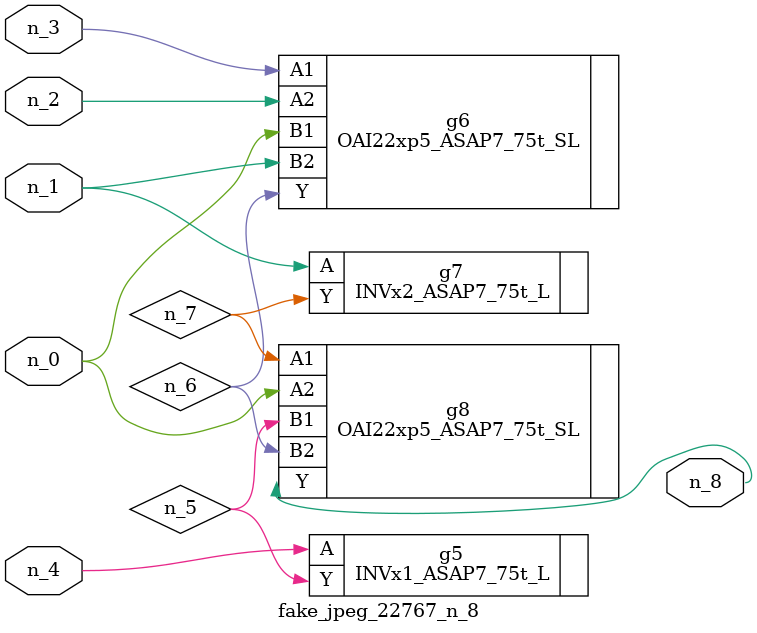
<source format=v>
module fake_jpeg_22767_n_8 (n_3, n_2, n_1, n_0, n_4, n_8);

input n_3;
input n_2;
input n_1;
input n_0;
input n_4;

output n_8;

wire n_6;
wire n_5;
wire n_7;

INVx1_ASAP7_75t_L g5 ( 
.A(n_4),
.Y(n_5)
);

OAI22xp5_ASAP7_75t_SL g6 ( 
.A1(n_3),
.A2(n_2),
.B1(n_0),
.B2(n_1),
.Y(n_6)
);

INVx2_ASAP7_75t_L g7 ( 
.A(n_1),
.Y(n_7)
);

OAI22xp5_ASAP7_75t_SL g8 ( 
.A1(n_7),
.A2(n_0),
.B1(n_5),
.B2(n_6),
.Y(n_8)
);


endmodule
</source>
